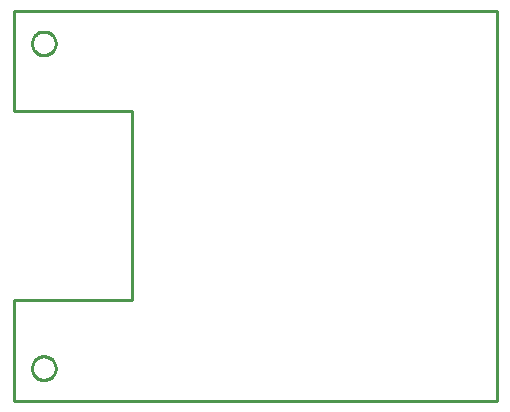
<source format=gbr>
G04 EAGLE Gerber RS-274X export*
G75*
%MOMM*%
%FSLAX34Y34*%
%LPD*%
%IN*%
%IPPOS*%
%AMOC8*
5,1,8,0,0,1.08239X$1,22.5*%
G01*
%ADD10C,0.254000*%


D10*
X0Y0D02*
X409000Y0D01*
X409000Y330000D01*
X0Y330000D01*
X0Y245000D01*
X100000Y245000D01*
X100000Y85000D01*
X0Y85000D01*
X0Y0D01*
X35554Y302094D02*
X35554Y302968D01*
X35478Y303838D01*
X35326Y304697D01*
X35100Y305541D01*
X34802Y306361D01*
X34433Y307153D01*
X33996Y307909D01*
X33495Y308624D01*
X32934Y309293D01*
X32316Y309911D01*
X31647Y310472D01*
X30932Y310973D01*
X30176Y311410D01*
X29384Y311779D01*
X28564Y312077D01*
X27720Y312303D01*
X26861Y312455D01*
X25991Y312531D01*
X25117Y312531D01*
X24248Y312455D01*
X23388Y312303D01*
X22544Y312077D01*
X21724Y311779D01*
X20932Y311410D01*
X20176Y310973D01*
X19461Y310472D01*
X18792Y309911D01*
X18174Y309293D01*
X17613Y308624D01*
X17112Y307909D01*
X16675Y307153D01*
X16306Y306361D01*
X16008Y305541D01*
X15782Y304697D01*
X15630Y303838D01*
X15554Y302968D01*
X15554Y302094D01*
X15630Y301225D01*
X15782Y300365D01*
X16008Y299521D01*
X16306Y298701D01*
X16675Y297909D01*
X17112Y297153D01*
X17613Y296438D01*
X18174Y295769D01*
X18792Y295151D01*
X19461Y294590D01*
X20176Y294089D01*
X20932Y293652D01*
X21724Y293283D01*
X22544Y292985D01*
X23388Y292759D01*
X24248Y292607D01*
X25117Y292531D01*
X25991Y292531D01*
X26861Y292607D01*
X27720Y292759D01*
X28564Y292985D01*
X29384Y293283D01*
X30176Y293652D01*
X30932Y294089D01*
X31647Y294590D01*
X32316Y295151D01*
X32934Y295769D01*
X33495Y296438D01*
X33996Y297153D01*
X34433Y297909D01*
X34802Y298701D01*
X35100Y299521D01*
X35326Y300365D01*
X35478Y301225D01*
X35554Y302094D01*
X35554Y27094D02*
X35554Y27968D01*
X35478Y28838D01*
X35326Y29697D01*
X35100Y30541D01*
X34802Y31361D01*
X34433Y32153D01*
X33996Y32909D01*
X33495Y33624D01*
X32934Y34293D01*
X32316Y34911D01*
X31647Y35472D01*
X30932Y35973D01*
X30176Y36410D01*
X29384Y36779D01*
X28564Y37077D01*
X27720Y37303D01*
X26861Y37455D01*
X25991Y37531D01*
X25117Y37531D01*
X24248Y37455D01*
X23388Y37303D01*
X22544Y37077D01*
X21724Y36779D01*
X20932Y36410D01*
X20176Y35973D01*
X19461Y35472D01*
X18792Y34911D01*
X18174Y34293D01*
X17613Y33624D01*
X17112Y32909D01*
X16675Y32153D01*
X16306Y31361D01*
X16008Y30541D01*
X15782Y29697D01*
X15630Y28838D01*
X15554Y27968D01*
X15554Y27094D01*
X15630Y26225D01*
X15782Y25365D01*
X16008Y24521D01*
X16306Y23701D01*
X16675Y22909D01*
X17112Y22153D01*
X17613Y21438D01*
X18174Y20769D01*
X18792Y20151D01*
X19461Y19590D01*
X20176Y19089D01*
X20932Y18652D01*
X21724Y18283D01*
X22544Y17985D01*
X23388Y17759D01*
X24248Y17607D01*
X25117Y17531D01*
X25991Y17531D01*
X26861Y17607D01*
X27720Y17759D01*
X28564Y17985D01*
X29384Y18283D01*
X30176Y18652D01*
X30932Y19089D01*
X31647Y19590D01*
X32316Y20151D01*
X32934Y20769D01*
X33495Y21438D01*
X33996Y22153D01*
X34433Y22909D01*
X34802Y23701D01*
X35100Y24521D01*
X35326Y25365D01*
X35478Y26225D01*
X35554Y27094D01*
M02*

</source>
